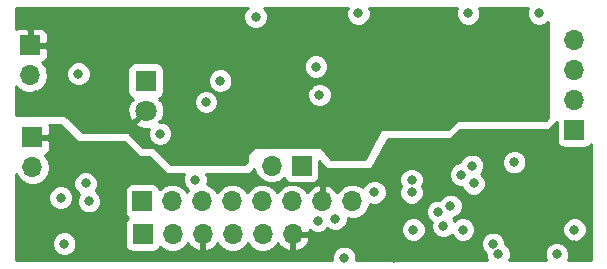
<source format=gbr>
G04 #@! TF.GenerationSoftware,KiCad,Pcbnew,(5.0.0-rc2-178-g3c7b91b96)*
G04 #@! TF.CreationDate,2018-06-28T12:03:05+02:00*
G04 #@! TF.ProjectId,pcb2,706362322E6B696361645F7063620000,1*
G04 #@! TF.SameCoordinates,Original*
G04 #@! TF.FileFunction,Copper,L2,Inr,Plane*
G04 #@! TF.FilePolarity,Positive*
%FSLAX46Y46*%
G04 Gerber Fmt 4.6, Leading zero omitted, Abs format (unit mm)*
G04 Created by KiCad (PCBNEW (5.0.0-rc2-178-g3c7b91b96)) date 06/28/18 12:03:05*
%MOMM*%
%LPD*%
G01*
G04 APERTURE LIST*
G04 #@! TA.AperFunction,ViaPad*
%ADD10R,1.700000X1.700000*%
G04 #@! TD*
G04 #@! TA.AperFunction,ViaPad*
%ADD11O,1.700000X1.700000*%
G04 #@! TD*
G04 #@! TA.AperFunction,ViaPad*
%ADD12R,1.800000X1.800000*%
G04 #@! TD*
G04 #@! TA.AperFunction,ViaPad*
%ADD13C,1.800000*%
G04 #@! TD*
G04 #@! TA.AperFunction,ViaPad*
%ADD14C,0.800000*%
G04 #@! TD*
G04 #@! TA.AperFunction,Conductor*
%ADD15C,0.254000*%
G04 #@! TD*
G04 APERTURE END LIST*
D10*
G04 #@! TO.N,/EINK_BUSY*
G04 #@! TO.C,J3*
X73630000Y-97680000D03*
D11*
G04 #@! TO.N,/EINK_RST*
X76170000Y-97680000D03*
G04 #@! TO.N,/EINK_DC*
X78710000Y-97680000D03*
G04 #@! TO.N,/EINK_CS*
X81250000Y-97680000D03*
G04 #@! TO.N,/ADC_CLK*
X83790000Y-97680000D03*
G04 #@! TO.N,/EINK_DOUT*
X86330000Y-97680000D03*
G04 #@! TO.N,GNDD*
X88870000Y-97680000D03*
G04 #@! TO.N,+3V3*
X91410000Y-97680000D03*
G04 #@! TD*
D10*
G04 #@! TO.N,/VCPRX*
G04 #@! TO.C,J5*
X87130000Y-94680000D03*
D11*
G04 #@! TO.N,/VCPTX*
X84590000Y-94680000D03*
G04 #@! TD*
D10*
G04 #@! TO.N,+3V3*
G04 #@! TO.C,J4*
X73660000Y-100470000D03*
D11*
G04 #@! TO.N,/SWCLK*
X76200000Y-100470000D03*
G04 #@! TO.N,GNDD*
X78740000Y-100470000D03*
G04 #@! TO.N,/SWDIO*
X81280000Y-100470000D03*
G04 #@! TO.N,/NRST*
X83820000Y-100470000D03*
G04 #@! TO.N,GNDD*
X86360000Y-100470000D03*
G04 #@! TD*
D10*
G04 #@! TO.N,/PB7*
G04 #@! TO.C,J6*
X110230000Y-91680000D03*
D11*
G04 #@! TO.N,/PB6*
X110230000Y-89140000D03*
G04 #@! TO.N,/PB1*
X110230000Y-86600000D03*
G04 #@! TO.N,/PB0*
X110230000Y-84060000D03*
G04 #@! TD*
G04 #@! TO.N,+4V*
G04 #@! TO.C,J1*
X64135000Y-87020000D03*
D10*
G04 #@! TO.N,GNDA*
X64135000Y-84480000D03*
G04 #@! TD*
G04 #@! TO.N,GNDD*
G04 #@! TO.C,J2*
X64330000Y-92280000D03*
D11*
G04 #@! TO.N,+5V*
X64330000Y-94820000D03*
G04 #@! TD*
D12*
G04 #@! TO.N,Net-(Q1-Pad1)*
G04 #@! TO.C,Q1*
X73930000Y-87480000D03*
D13*
G04 #@! TO.N,GNDA*
X73930000Y-90020000D03*
G04 #@! TD*
D14*
G04 #@! TO.N,Net-(R1-Pad2)*
X101530000Y-94680000D03*
G04 #@! TO.N,GNDD*
X71230000Y-93180000D03*
X64930000Y-100980000D03*
X69130000Y-101280000D03*
X94930000Y-102480000D03*
X106630000Y-102180000D03*
X108430000Y-93180000D03*
X110830000Y-96780000D03*
X94630000Y-92730000D03*
X110230000Y-101430000D03*
G04 #@! TO.N,+2V5*
X88330000Y-86280000D03*
X80230000Y-87480000D03*
X75130000Y-91980000D03*
X68230000Y-86880000D03*
G04 #@! TO.N,+4V*
X79030000Y-89280000D03*
X83230000Y-82080000D03*
X91930000Y-81780000D03*
X107230000Y-81780000D03*
X101230000Y-81780000D03*
X88630000Y-88680000D03*
G04 #@! TO.N,GNDA*
X64630000Y-88680000D03*
X67630000Y-90180000D03*
X78130000Y-93480000D03*
X76930000Y-93480000D03*
X85030000Y-82080000D03*
X88330000Y-81780000D03*
X90130000Y-81780000D03*
X103030000Y-81780000D03*
X105430000Y-81780000D03*
X75730000Y-89280000D03*
X88630000Y-92580000D03*
X103030000Y-87180000D03*
X101530000Y-89730000D03*
X98830000Y-88680000D03*
X87730000Y-87930000D03*
G04 #@! TO.N,+3V3*
X69130000Y-97680000D03*
X67030000Y-101280000D03*
X66730000Y-97380000D03*
X90730000Y-102480000D03*
X105130000Y-94380000D03*
X108730000Y-102180000D03*
G04 #@! TO.N,+5V*
X68830000Y-96180000D03*
G04 #@! TO.N,/NRST*
X110230000Y-100080000D03*
G04 #@! TO.N,/PB0*
X103332786Y-101285571D03*
G04 #@! TO.N,/SWDIO*
X96580000Y-100080000D03*
G04 #@! TO.N,/EINK_CS*
X100630000Y-95430000D03*
G04 #@! TO.N,/ADC_DIN*
X99130000Y-99780000D03*
G04 #@! TO.N,/ADC_CLK*
X99730000Y-98077752D03*
X88480000Y-99330000D03*
G04 #@! TO.N,/ADC_CS*
X103780000Y-102180000D03*
G04 #@! TO.N,/U8U~D*
X96430000Y-96930000D03*
G04 #@! TO.N,/U7U~D*
X78130000Y-95880000D03*
G04 #@! TO.N,/U7~CS*
X93280000Y-96930000D03*
G04 #@! TO.N,/U8~CS*
X96430000Y-95880000D03*
G04 #@! TO.N,/EINK_DC*
X101680000Y-96180000D03*
X89980000Y-99180000D03*
G04 #@! TO.N,/EINK_RST*
X100780000Y-100080000D03*
G04 #@! TO.N,/EINK_DOUT*
X98680000Y-98580000D03*
G04 #@! TD*
D15*
G04 #@! TO.N,GNDD*
G36*
X108732560Y-92530000D02*
X108781843Y-92777765D01*
X108922191Y-92987809D01*
X109132235Y-93128157D01*
X109380000Y-93177440D01*
X111080000Y-93177440D01*
X111327765Y-93128157D01*
X111537809Y-92987809D01*
X111620001Y-92864802D01*
X111620001Y-102670000D01*
X109647311Y-102670000D01*
X109765000Y-102385874D01*
X109765000Y-101974126D01*
X109607431Y-101593720D01*
X109316280Y-101302569D01*
X108935874Y-101145000D01*
X108524126Y-101145000D01*
X108143720Y-101302569D01*
X107852569Y-101593720D01*
X107695000Y-101974126D01*
X107695000Y-102385874D01*
X107812689Y-102670000D01*
X104697311Y-102670000D01*
X104815000Y-102385874D01*
X104815000Y-101974126D01*
X104657431Y-101593720D01*
X104367786Y-101304075D01*
X104367786Y-101079697D01*
X104210217Y-100699291D01*
X103919066Y-100408140D01*
X103538660Y-100250571D01*
X103126912Y-100250571D01*
X102746506Y-100408140D01*
X102455355Y-100699291D01*
X102297786Y-101079697D01*
X102297786Y-101491445D01*
X102455355Y-101871851D01*
X102745000Y-102161496D01*
X102745000Y-102385874D01*
X102862689Y-102670000D01*
X91765000Y-102670000D01*
X91765000Y-102274126D01*
X91607431Y-101893720D01*
X91316280Y-101602569D01*
X90935874Y-101445000D01*
X90524126Y-101445000D01*
X90143720Y-101602569D01*
X89852569Y-101893720D01*
X89695000Y-102274126D01*
X89695000Y-102670000D01*
X62940000Y-102670000D01*
X62940000Y-101074126D01*
X65995000Y-101074126D01*
X65995000Y-101485874D01*
X66152569Y-101866280D01*
X66443720Y-102157431D01*
X66824126Y-102315000D01*
X67235874Y-102315000D01*
X67616280Y-102157431D01*
X67907431Y-101866280D01*
X68065000Y-101485874D01*
X68065000Y-101074126D01*
X67907431Y-100693720D01*
X67616280Y-100402569D01*
X67235874Y-100245000D01*
X66824126Y-100245000D01*
X66443720Y-100402569D01*
X66152569Y-100693720D01*
X65995000Y-101074126D01*
X62940000Y-101074126D01*
X62940000Y-97174126D01*
X65695000Y-97174126D01*
X65695000Y-97585874D01*
X65852569Y-97966280D01*
X66143720Y-98257431D01*
X66524126Y-98415000D01*
X66935874Y-98415000D01*
X67316280Y-98257431D01*
X67607431Y-97966280D01*
X67765000Y-97585874D01*
X67765000Y-97174126D01*
X67607431Y-96793720D01*
X67316280Y-96502569D01*
X66935874Y-96345000D01*
X66524126Y-96345000D01*
X66143720Y-96502569D01*
X65852569Y-96793720D01*
X65695000Y-97174126D01*
X62940000Y-97174126D01*
X62940000Y-95412646D01*
X63259375Y-95890625D01*
X63750582Y-96218839D01*
X64183744Y-96305000D01*
X64476256Y-96305000D01*
X64909418Y-96218839D01*
X65275656Y-95974126D01*
X67795000Y-95974126D01*
X67795000Y-96385874D01*
X67952569Y-96766280D01*
X68243720Y-97057431D01*
X68275637Y-97070652D01*
X68252569Y-97093720D01*
X68095000Y-97474126D01*
X68095000Y-97885874D01*
X68252569Y-98266280D01*
X68543720Y-98557431D01*
X68924126Y-98715000D01*
X69335874Y-98715000D01*
X69716280Y-98557431D01*
X70007431Y-98266280D01*
X70165000Y-97885874D01*
X70165000Y-97474126D01*
X70007431Y-97093720D01*
X69716280Y-96802569D01*
X69684363Y-96789348D01*
X69707431Y-96766280D01*
X69865000Y-96385874D01*
X69865000Y-95974126D01*
X69707431Y-95593720D01*
X69416280Y-95302569D01*
X69035874Y-95145000D01*
X68624126Y-95145000D01*
X68243720Y-95302569D01*
X67952569Y-95593720D01*
X67795000Y-95974126D01*
X65275656Y-95974126D01*
X65400625Y-95890625D01*
X65728839Y-95399418D01*
X65844092Y-94820000D01*
X65728839Y-94240582D01*
X65400625Y-93749375D01*
X65378967Y-93734904D01*
X65539698Y-93668327D01*
X65718327Y-93489699D01*
X65815000Y-93256310D01*
X65815000Y-92565750D01*
X65656250Y-92407000D01*
X64457000Y-92407000D01*
X64457000Y-92427000D01*
X64203000Y-92427000D01*
X64203000Y-92407000D01*
X64183000Y-92407000D01*
X64183000Y-92153000D01*
X64203000Y-92153000D01*
X64203000Y-92133000D01*
X64457000Y-92133000D01*
X64457000Y-92153000D01*
X65656250Y-92153000D01*
X65815000Y-91994250D01*
X65815000Y-91303690D01*
X65774950Y-91207000D01*
X66677394Y-91207000D01*
X68140197Y-92669803D01*
X68181399Y-92697333D01*
X68230000Y-92707000D01*
X72077394Y-92707000D01*
X73240197Y-93869803D01*
X73281399Y-93897333D01*
X73330000Y-93907000D01*
X74177394Y-93907000D01*
X75640197Y-95369803D01*
X75681399Y-95397333D01*
X75730000Y-95407000D01*
X77205647Y-95407000D01*
X77095000Y-95674126D01*
X77095000Y-96085874D01*
X77252569Y-96466280D01*
X77541758Y-96755469D01*
X77440000Y-96907761D01*
X77240625Y-96609375D01*
X76749418Y-96281161D01*
X76316256Y-96195000D01*
X76023744Y-96195000D01*
X75590582Y-96281161D01*
X75099375Y-96609375D01*
X75087184Y-96627619D01*
X75078157Y-96582235D01*
X74937809Y-96372191D01*
X74727765Y-96231843D01*
X74480000Y-96182560D01*
X72780000Y-96182560D01*
X72532235Y-96231843D01*
X72322191Y-96372191D01*
X72181843Y-96582235D01*
X72132560Y-96830000D01*
X72132560Y-98530000D01*
X72181843Y-98777765D01*
X72322191Y-98987809D01*
X72467681Y-99085023D01*
X72352191Y-99162191D01*
X72211843Y-99372235D01*
X72162560Y-99620000D01*
X72162560Y-101320000D01*
X72211843Y-101567765D01*
X72352191Y-101777809D01*
X72562235Y-101918157D01*
X72810000Y-101967440D01*
X74510000Y-101967440D01*
X74757765Y-101918157D01*
X74967809Y-101777809D01*
X75108157Y-101567765D01*
X75117184Y-101522381D01*
X75129375Y-101540625D01*
X75620582Y-101868839D01*
X76053744Y-101955000D01*
X76346256Y-101955000D01*
X76779418Y-101868839D01*
X77270625Y-101540625D01*
X77483843Y-101221522D01*
X77544817Y-101351358D01*
X77973076Y-101741645D01*
X78383110Y-101911476D01*
X78613000Y-101790155D01*
X78613000Y-100597000D01*
X78593000Y-100597000D01*
X78593000Y-100343000D01*
X78613000Y-100343000D01*
X78613000Y-100323000D01*
X78867000Y-100323000D01*
X78867000Y-100343000D01*
X78887000Y-100343000D01*
X78887000Y-100597000D01*
X78867000Y-100597000D01*
X78867000Y-101790155D01*
X79096890Y-101911476D01*
X79506924Y-101741645D01*
X79935183Y-101351358D01*
X79996157Y-101221522D01*
X80209375Y-101540625D01*
X80700582Y-101868839D01*
X81133744Y-101955000D01*
X81426256Y-101955000D01*
X81859418Y-101868839D01*
X82350625Y-101540625D01*
X82550000Y-101242239D01*
X82749375Y-101540625D01*
X83240582Y-101868839D01*
X83673744Y-101955000D01*
X83966256Y-101955000D01*
X84399418Y-101868839D01*
X84890625Y-101540625D01*
X85103843Y-101221522D01*
X85164817Y-101351358D01*
X85593076Y-101741645D01*
X86003110Y-101911476D01*
X86233000Y-101790155D01*
X86233000Y-100597000D01*
X86487000Y-100597000D01*
X86487000Y-101790155D01*
X86716890Y-101911476D01*
X87126924Y-101741645D01*
X87555183Y-101351358D01*
X87801486Y-100826892D01*
X87680819Y-100597000D01*
X86487000Y-100597000D01*
X86233000Y-100597000D01*
X86213000Y-100597000D01*
X86213000Y-100343000D01*
X86233000Y-100343000D01*
X86233000Y-100323000D01*
X86487000Y-100323000D01*
X86487000Y-100343000D01*
X87680819Y-100343000D01*
X87800767Y-100114478D01*
X87893720Y-100207431D01*
X88274126Y-100365000D01*
X88685874Y-100365000D01*
X89066280Y-100207431D01*
X89305000Y-99968711D01*
X89393720Y-100057431D01*
X89774126Y-100215000D01*
X90185874Y-100215000D01*
X90566280Y-100057431D01*
X90749585Y-99874126D01*
X95545000Y-99874126D01*
X95545000Y-100285874D01*
X95702569Y-100666280D01*
X95993720Y-100957431D01*
X96374126Y-101115000D01*
X96785874Y-101115000D01*
X97166280Y-100957431D01*
X97457431Y-100666280D01*
X97615000Y-100285874D01*
X97615000Y-99874126D01*
X97457431Y-99493720D01*
X97166280Y-99202569D01*
X96785874Y-99045000D01*
X96374126Y-99045000D01*
X95993720Y-99202569D01*
X95702569Y-99493720D01*
X95545000Y-99874126D01*
X90749585Y-99874126D01*
X90857431Y-99766280D01*
X91015000Y-99385874D01*
X91015000Y-99115522D01*
X91263744Y-99165000D01*
X91556256Y-99165000D01*
X91989418Y-99078839D01*
X92480625Y-98750625D01*
X92732193Y-98374126D01*
X97645000Y-98374126D01*
X97645000Y-98785874D01*
X97802569Y-99166280D01*
X98093720Y-99457431D01*
X98136070Y-99474973D01*
X98095000Y-99574126D01*
X98095000Y-99985874D01*
X98252569Y-100366280D01*
X98543720Y-100657431D01*
X98924126Y-100815000D01*
X99335874Y-100815000D01*
X99716280Y-100657431D01*
X99845414Y-100528297D01*
X99902569Y-100666280D01*
X100193720Y-100957431D01*
X100574126Y-101115000D01*
X100985874Y-101115000D01*
X101366280Y-100957431D01*
X101657431Y-100666280D01*
X101815000Y-100285874D01*
X101815000Y-99874126D01*
X109195000Y-99874126D01*
X109195000Y-100285874D01*
X109352569Y-100666280D01*
X109643720Y-100957431D01*
X110024126Y-101115000D01*
X110435874Y-101115000D01*
X110816280Y-100957431D01*
X111107431Y-100666280D01*
X111265000Y-100285874D01*
X111265000Y-99874126D01*
X111107431Y-99493720D01*
X110816280Y-99202569D01*
X110435874Y-99045000D01*
X110024126Y-99045000D01*
X109643720Y-99202569D01*
X109352569Y-99493720D01*
X109195000Y-99874126D01*
X101815000Y-99874126D01*
X101657431Y-99493720D01*
X101366280Y-99202569D01*
X100985874Y-99045000D01*
X100574126Y-99045000D01*
X100193720Y-99202569D01*
X100064586Y-99331703D01*
X100007431Y-99193720D01*
X99926463Y-99112752D01*
X99935874Y-99112752D01*
X100316280Y-98955183D01*
X100607431Y-98664032D01*
X100765000Y-98283626D01*
X100765000Y-97871878D01*
X100607431Y-97491472D01*
X100316280Y-97200321D01*
X99935874Y-97042752D01*
X99524126Y-97042752D01*
X99143720Y-97200321D01*
X98852569Y-97491472D01*
X98830397Y-97545000D01*
X98474126Y-97545000D01*
X98093720Y-97702569D01*
X97802569Y-97993720D01*
X97645000Y-98374126D01*
X92732193Y-98374126D01*
X92808839Y-98259418D01*
X92883138Y-97885890D01*
X93074126Y-97965000D01*
X93485874Y-97965000D01*
X93866280Y-97807431D01*
X94157431Y-97516280D01*
X94315000Y-97135874D01*
X94315000Y-96724126D01*
X94157431Y-96343720D01*
X93866280Y-96052569D01*
X93485874Y-95895000D01*
X93074126Y-95895000D01*
X92693720Y-96052569D01*
X92402569Y-96343720D01*
X92333305Y-96510939D01*
X91989418Y-96281161D01*
X91556256Y-96195000D01*
X91263744Y-96195000D01*
X90830582Y-96281161D01*
X90339375Y-96609375D01*
X90126157Y-96928478D01*
X90065183Y-96798642D01*
X89636924Y-96408355D01*
X89226890Y-96238524D01*
X88997000Y-96359845D01*
X88997000Y-97553000D01*
X89017000Y-97553000D01*
X89017000Y-97807000D01*
X88997000Y-97807000D01*
X88997000Y-97827000D01*
X88743000Y-97827000D01*
X88743000Y-97807000D01*
X88723000Y-97807000D01*
X88723000Y-97553000D01*
X88743000Y-97553000D01*
X88743000Y-96359845D01*
X88513110Y-96238524D01*
X88103076Y-96408355D01*
X87674817Y-96798642D01*
X87613843Y-96928478D01*
X87400625Y-96609375D01*
X86909418Y-96281161D01*
X86476256Y-96195000D01*
X86183744Y-96195000D01*
X85750582Y-96281161D01*
X85259375Y-96609375D01*
X85060000Y-96907761D01*
X84860625Y-96609375D01*
X84369418Y-96281161D01*
X83936256Y-96195000D01*
X83643744Y-96195000D01*
X83210582Y-96281161D01*
X82719375Y-96609375D01*
X82520000Y-96907761D01*
X82320625Y-96609375D01*
X81829418Y-96281161D01*
X81396256Y-96195000D01*
X81103744Y-96195000D01*
X80670582Y-96281161D01*
X80179375Y-96609375D01*
X79980000Y-96907761D01*
X79780625Y-96609375D01*
X79289418Y-96281161D01*
X79099738Y-96243431D01*
X79165000Y-96085874D01*
X79165000Y-95674126D01*
X79054353Y-95407000D01*
X82630000Y-95407000D01*
X82678601Y-95397333D01*
X82719803Y-95369803D01*
X83131272Y-94958334D01*
X83191161Y-95259418D01*
X83519375Y-95750625D01*
X84010582Y-96078839D01*
X84443744Y-96165000D01*
X84736256Y-96165000D01*
X85169418Y-96078839D01*
X85660625Y-95750625D01*
X85672816Y-95732381D01*
X85681843Y-95777765D01*
X85822191Y-95987809D01*
X86032235Y-96128157D01*
X86280000Y-96177440D01*
X87980000Y-96177440D01*
X88227765Y-96128157D01*
X88437809Y-95987809D01*
X88578157Y-95777765D01*
X88598771Y-95674126D01*
X95395000Y-95674126D01*
X95395000Y-96085874D01*
X95527186Y-96405000D01*
X95395000Y-96724126D01*
X95395000Y-97135874D01*
X95552569Y-97516280D01*
X95843720Y-97807431D01*
X96224126Y-97965000D01*
X96635874Y-97965000D01*
X97016280Y-97807431D01*
X97307431Y-97516280D01*
X97465000Y-97135874D01*
X97465000Y-96724126D01*
X97332814Y-96405000D01*
X97465000Y-96085874D01*
X97465000Y-95674126D01*
X97307431Y-95293720D01*
X97237837Y-95224126D01*
X99595000Y-95224126D01*
X99595000Y-95635874D01*
X99752569Y-96016280D01*
X100043720Y-96307431D01*
X100424126Y-96465000D01*
X100677775Y-96465000D01*
X100802569Y-96766280D01*
X101093720Y-97057431D01*
X101474126Y-97215000D01*
X101885874Y-97215000D01*
X102266280Y-97057431D01*
X102557431Y-96766280D01*
X102715000Y-96385874D01*
X102715000Y-95974126D01*
X102557431Y-95593720D01*
X102318711Y-95355000D01*
X102407431Y-95266280D01*
X102565000Y-94885874D01*
X102565000Y-94474126D01*
X102440737Y-94174126D01*
X104095000Y-94174126D01*
X104095000Y-94585874D01*
X104252569Y-94966280D01*
X104543720Y-95257431D01*
X104924126Y-95415000D01*
X105335874Y-95415000D01*
X105716280Y-95257431D01*
X106007431Y-94966280D01*
X106165000Y-94585874D01*
X106165000Y-94174126D01*
X106007431Y-93793720D01*
X105716280Y-93502569D01*
X105335874Y-93345000D01*
X104924126Y-93345000D01*
X104543720Y-93502569D01*
X104252569Y-93793720D01*
X104095000Y-94174126D01*
X102440737Y-94174126D01*
X102407431Y-94093720D01*
X102116280Y-93802569D01*
X101735874Y-93645000D01*
X101324126Y-93645000D01*
X100943720Y-93802569D01*
X100652569Y-94093720D01*
X100527775Y-94395000D01*
X100424126Y-94395000D01*
X100043720Y-94552569D01*
X99752569Y-94843720D01*
X99595000Y-95224126D01*
X97237837Y-95224126D01*
X97016280Y-95002569D01*
X96635874Y-94845000D01*
X96224126Y-94845000D01*
X95843720Y-95002569D01*
X95552569Y-95293720D01*
X95395000Y-95674126D01*
X88598771Y-95674126D01*
X88627440Y-95530000D01*
X88627440Y-94280099D01*
X89130830Y-94909336D01*
X89168739Y-94941248D01*
X89230000Y-94957000D01*
X92980000Y-94957000D01*
X93028601Y-94947333D01*
X93069803Y-94919803D01*
X93092241Y-94889422D01*
X94406464Y-92407000D01*
X99730000Y-92407000D01*
X99778601Y-92397333D01*
X99819803Y-92369803D01*
X100532606Y-91657000D01*
X107980000Y-91657000D01*
X108028601Y-91647333D01*
X108069803Y-91619803D01*
X108732560Y-90957046D01*
X108732560Y-92530000D01*
X108732560Y-92530000D01*
G37*
X108732560Y-92530000D02*
X108781843Y-92777765D01*
X108922191Y-92987809D01*
X109132235Y-93128157D01*
X109380000Y-93177440D01*
X111080000Y-93177440D01*
X111327765Y-93128157D01*
X111537809Y-92987809D01*
X111620001Y-92864802D01*
X111620001Y-102670000D01*
X109647311Y-102670000D01*
X109765000Y-102385874D01*
X109765000Y-101974126D01*
X109607431Y-101593720D01*
X109316280Y-101302569D01*
X108935874Y-101145000D01*
X108524126Y-101145000D01*
X108143720Y-101302569D01*
X107852569Y-101593720D01*
X107695000Y-101974126D01*
X107695000Y-102385874D01*
X107812689Y-102670000D01*
X104697311Y-102670000D01*
X104815000Y-102385874D01*
X104815000Y-101974126D01*
X104657431Y-101593720D01*
X104367786Y-101304075D01*
X104367786Y-101079697D01*
X104210217Y-100699291D01*
X103919066Y-100408140D01*
X103538660Y-100250571D01*
X103126912Y-100250571D01*
X102746506Y-100408140D01*
X102455355Y-100699291D01*
X102297786Y-101079697D01*
X102297786Y-101491445D01*
X102455355Y-101871851D01*
X102745000Y-102161496D01*
X102745000Y-102385874D01*
X102862689Y-102670000D01*
X91765000Y-102670000D01*
X91765000Y-102274126D01*
X91607431Y-101893720D01*
X91316280Y-101602569D01*
X90935874Y-101445000D01*
X90524126Y-101445000D01*
X90143720Y-101602569D01*
X89852569Y-101893720D01*
X89695000Y-102274126D01*
X89695000Y-102670000D01*
X62940000Y-102670000D01*
X62940000Y-101074126D01*
X65995000Y-101074126D01*
X65995000Y-101485874D01*
X66152569Y-101866280D01*
X66443720Y-102157431D01*
X66824126Y-102315000D01*
X67235874Y-102315000D01*
X67616280Y-102157431D01*
X67907431Y-101866280D01*
X68065000Y-101485874D01*
X68065000Y-101074126D01*
X67907431Y-100693720D01*
X67616280Y-100402569D01*
X67235874Y-100245000D01*
X66824126Y-100245000D01*
X66443720Y-100402569D01*
X66152569Y-100693720D01*
X65995000Y-101074126D01*
X62940000Y-101074126D01*
X62940000Y-97174126D01*
X65695000Y-97174126D01*
X65695000Y-97585874D01*
X65852569Y-97966280D01*
X66143720Y-98257431D01*
X66524126Y-98415000D01*
X66935874Y-98415000D01*
X67316280Y-98257431D01*
X67607431Y-97966280D01*
X67765000Y-97585874D01*
X67765000Y-97174126D01*
X67607431Y-96793720D01*
X67316280Y-96502569D01*
X66935874Y-96345000D01*
X66524126Y-96345000D01*
X66143720Y-96502569D01*
X65852569Y-96793720D01*
X65695000Y-97174126D01*
X62940000Y-97174126D01*
X62940000Y-95412646D01*
X63259375Y-95890625D01*
X63750582Y-96218839D01*
X64183744Y-96305000D01*
X64476256Y-96305000D01*
X64909418Y-96218839D01*
X65275656Y-95974126D01*
X67795000Y-95974126D01*
X67795000Y-96385874D01*
X67952569Y-96766280D01*
X68243720Y-97057431D01*
X68275637Y-97070652D01*
X68252569Y-97093720D01*
X68095000Y-97474126D01*
X68095000Y-97885874D01*
X68252569Y-98266280D01*
X68543720Y-98557431D01*
X68924126Y-98715000D01*
X69335874Y-98715000D01*
X69716280Y-98557431D01*
X70007431Y-98266280D01*
X70165000Y-97885874D01*
X70165000Y-97474126D01*
X70007431Y-97093720D01*
X69716280Y-96802569D01*
X69684363Y-96789348D01*
X69707431Y-96766280D01*
X69865000Y-96385874D01*
X69865000Y-95974126D01*
X69707431Y-95593720D01*
X69416280Y-95302569D01*
X69035874Y-95145000D01*
X68624126Y-95145000D01*
X68243720Y-95302569D01*
X67952569Y-95593720D01*
X67795000Y-95974126D01*
X65275656Y-95974126D01*
X65400625Y-95890625D01*
X65728839Y-95399418D01*
X65844092Y-94820000D01*
X65728839Y-94240582D01*
X65400625Y-93749375D01*
X65378967Y-93734904D01*
X65539698Y-93668327D01*
X65718327Y-93489699D01*
X65815000Y-93256310D01*
X65815000Y-92565750D01*
X65656250Y-92407000D01*
X64457000Y-92407000D01*
X64457000Y-92427000D01*
X64203000Y-92427000D01*
X64203000Y-92407000D01*
X64183000Y-92407000D01*
X64183000Y-92153000D01*
X64203000Y-92153000D01*
X64203000Y-92133000D01*
X64457000Y-92133000D01*
X64457000Y-92153000D01*
X65656250Y-92153000D01*
X65815000Y-91994250D01*
X65815000Y-91303690D01*
X65774950Y-91207000D01*
X66677394Y-91207000D01*
X68140197Y-92669803D01*
X68181399Y-92697333D01*
X68230000Y-92707000D01*
X72077394Y-92707000D01*
X73240197Y-93869803D01*
X73281399Y-93897333D01*
X73330000Y-93907000D01*
X74177394Y-93907000D01*
X75640197Y-95369803D01*
X75681399Y-95397333D01*
X75730000Y-95407000D01*
X77205647Y-95407000D01*
X77095000Y-95674126D01*
X77095000Y-96085874D01*
X77252569Y-96466280D01*
X77541758Y-96755469D01*
X77440000Y-96907761D01*
X77240625Y-96609375D01*
X76749418Y-96281161D01*
X76316256Y-96195000D01*
X76023744Y-96195000D01*
X75590582Y-96281161D01*
X75099375Y-96609375D01*
X75087184Y-96627619D01*
X75078157Y-96582235D01*
X74937809Y-96372191D01*
X74727765Y-96231843D01*
X74480000Y-96182560D01*
X72780000Y-96182560D01*
X72532235Y-96231843D01*
X72322191Y-96372191D01*
X72181843Y-96582235D01*
X72132560Y-96830000D01*
X72132560Y-98530000D01*
X72181843Y-98777765D01*
X72322191Y-98987809D01*
X72467681Y-99085023D01*
X72352191Y-99162191D01*
X72211843Y-99372235D01*
X72162560Y-99620000D01*
X72162560Y-101320000D01*
X72211843Y-101567765D01*
X72352191Y-101777809D01*
X72562235Y-101918157D01*
X72810000Y-101967440D01*
X74510000Y-101967440D01*
X74757765Y-101918157D01*
X74967809Y-101777809D01*
X75108157Y-101567765D01*
X75117184Y-101522381D01*
X75129375Y-101540625D01*
X75620582Y-101868839D01*
X76053744Y-101955000D01*
X76346256Y-101955000D01*
X76779418Y-101868839D01*
X77270625Y-101540625D01*
X77483843Y-101221522D01*
X77544817Y-101351358D01*
X77973076Y-101741645D01*
X78383110Y-101911476D01*
X78613000Y-101790155D01*
X78613000Y-100597000D01*
X78593000Y-100597000D01*
X78593000Y-100343000D01*
X78613000Y-100343000D01*
X78613000Y-100323000D01*
X78867000Y-100323000D01*
X78867000Y-100343000D01*
X78887000Y-100343000D01*
X78887000Y-100597000D01*
X78867000Y-100597000D01*
X78867000Y-101790155D01*
X79096890Y-101911476D01*
X79506924Y-101741645D01*
X79935183Y-101351358D01*
X79996157Y-101221522D01*
X80209375Y-101540625D01*
X80700582Y-101868839D01*
X81133744Y-101955000D01*
X81426256Y-101955000D01*
X81859418Y-101868839D01*
X82350625Y-101540625D01*
X82550000Y-101242239D01*
X82749375Y-101540625D01*
X83240582Y-101868839D01*
X83673744Y-101955000D01*
X83966256Y-101955000D01*
X84399418Y-101868839D01*
X84890625Y-101540625D01*
X85103843Y-101221522D01*
X85164817Y-101351358D01*
X85593076Y-101741645D01*
X86003110Y-101911476D01*
X86233000Y-101790155D01*
X86233000Y-100597000D01*
X86487000Y-100597000D01*
X86487000Y-101790155D01*
X86716890Y-101911476D01*
X87126924Y-101741645D01*
X87555183Y-101351358D01*
X87801486Y-100826892D01*
X87680819Y-100597000D01*
X86487000Y-100597000D01*
X86233000Y-100597000D01*
X86213000Y-100597000D01*
X86213000Y-100343000D01*
X86233000Y-100343000D01*
X86233000Y-100323000D01*
X86487000Y-100323000D01*
X86487000Y-100343000D01*
X87680819Y-100343000D01*
X87800767Y-100114478D01*
X87893720Y-100207431D01*
X88274126Y-100365000D01*
X88685874Y-100365000D01*
X89066280Y-100207431D01*
X89305000Y-99968711D01*
X89393720Y-100057431D01*
X89774126Y-100215000D01*
X90185874Y-100215000D01*
X90566280Y-100057431D01*
X90749585Y-99874126D01*
X95545000Y-99874126D01*
X95545000Y-100285874D01*
X95702569Y-100666280D01*
X95993720Y-100957431D01*
X96374126Y-101115000D01*
X96785874Y-101115000D01*
X97166280Y-100957431D01*
X97457431Y-100666280D01*
X97615000Y-100285874D01*
X97615000Y-99874126D01*
X97457431Y-99493720D01*
X97166280Y-99202569D01*
X96785874Y-99045000D01*
X96374126Y-99045000D01*
X95993720Y-99202569D01*
X95702569Y-99493720D01*
X95545000Y-99874126D01*
X90749585Y-99874126D01*
X90857431Y-99766280D01*
X91015000Y-99385874D01*
X91015000Y-99115522D01*
X91263744Y-99165000D01*
X91556256Y-99165000D01*
X91989418Y-99078839D01*
X92480625Y-98750625D01*
X92732193Y-98374126D01*
X97645000Y-98374126D01*
X97645000Y-98785874D01*
X97802569Y-99166280D01*
X98093720Y-99457431D01*
X98136070Y-99474973D01*
X98095000Y-99574126D01*
X98095000Y-99985874D01*
X98252569Y-100366280D01*
X98543720Y-100657431D01*
X98924126Y-100815000D01*
X99335874Y-100815000D01*
X99716280Y-100657431D01*
X99845414Y-100528297D01*
X99902569Y-100666280D01*
X100193720Y-100957431D01*
X100574126Y-101115000D01*
X100985874Y-101115000D01*
X101366280Y-100957431D01*
X101657431Y-100666280D01*
X101815000Y-100285874D01*
X101815000Y-99874126D01*
X109195000Y-99874126D01*
X109195000Y-100285874D01*
X109352569Y-100666280D01*
X109643720Y-100957431D01*
X110024126Y-101115000D01*
X110435874Y-101115000D01*
X110816280Y-100957431D01*
X111107431Y-100666280D01*
X111265000Y-100285874D01*
X111265000Y-99874126D01*
X111107431Y-99493720D01*
X110816280Y-99202569D01*
X110435874Y-99045000D01*
X110024126Y-99045000D01*
X109643720Y-99202569D01*
X109352569Y-99493720D01*
X109195000Y-99874126D01*
X101815000Y-99874126D01*
X101657431Y-99493720D01*
X101366280Y-99202569D01*
X100985874Y-99045000D01*
X100574126Y-99045000D01*
X100193720Y-99202569D01*
X100064586Y-99331703D01*
X100007431Y-99193720D01*
X99926463Y-99112752D01*
X99935874Y-99112752D01*
X100316280Y-98955183D01*
X100607431Y-98664032D01*
X100765000Y-98283626D01*
X100765000Y-97871878D01*
X100607431Y-97491472D01*
X100316280Y-97200321D01*
X99935874Y-97042752D01*
X99524126Y-97042752D01*
X99143720Y-97200321D01*
X98852569Y-97491472D01*
X98830397Y-97545000D01*
X98474126Y-97545000D01*
X98093720Y-97702569D01*
X97802569Y-97993720D01*
X97645000Y-98374126D01*
X92732193Y-98374126D01*
X92808839Y-98259418D01*
X92883138Y-97885890D01*
X93074126Y-97965000D01*
X93485874Y-97965000D01*
X93866280Y-97807431D01*
X94157431Y-97516280D01*
X94315000Y-97135874D01*
X94315000Y-96724126D01*
X94157431Y-96343720D01*
X93866280Y-96052569D01*
X93485874Y-95895000D01*
X93074126Y-95895000D01*
X92693720Y-96052569D01*
X92402569Y-96343720D01*
X92333305Y-96510939D01*
X91989418Y-96281161D01*
X91556256Y-96195000D01*
X91263744Y-96195000D01*
X90830582Y-96281161D01*
X90339375Y-96609375D01*
X90126157Y-96928478D01*
X90065183Y-96798642D01*
X89636924Y-96408355D01*
X89226890Y-96238524D01*
X88997000Y-96359845D01*
X88997000Y-97553000D01*
X89017000Y-97553000D01*
X89017000Y-97807000D01*
X88997000Y-97807000D01*
X88997000Y-97827000D01*
X88743000Y-97827000D01*
X88743000Y-97807000D01*
X88723000Y-97807000D01*
X88723000Y-97553000D01*
X88743000Y-97553000D01*
X88743000Y-96359845D01*
X88513110Y-96238524D01*
X88103076Y-96408355D01*
X87674817Y-96798642D01*
X87613843Y-96928478D01*
X87400625Y-96609375D01*
X86909418Y-96281161D01*
X86476256Y-96195000D01*
X86183744Y-96195000D01*
X85750582Y-96281161D01*
X85259375Y-96609375D01*
X85060000Y-96907761D01*
X84860625Y-96609375D01*
X84369418Y-96281161D01*
X83936256Y-96195000D01*
X83643744Y-96195000D01*
X83210582Y-96281161D01*
X82719375Y-96609375D01*
X82520000Y-96907761D01*
X82320625Y-96609375D01*
X81829418Y-96281161D01*
X81396256Y-96195000D01*
X81103744Y-96195000D01*
X80670582Y-96281161D01*
X80179375Y-96609375D01*
X79980000Y-96907761D01*
X79780625Y-96609375D01*
X79289418Y-96281161D01*
X79099738Y-96243431D01*
X79165000Y-96085874D01*
X79165000Y-95674126D01*
X79054353Y-95407000D01*
X82630000Y-95407000D01*
X82678601Y-95397333D01*
X82719803Y-95369803D01*
X83131272Y-94958334D01*
X83191161Y-95259418D01*
X83519375Y-95750625D01*
X84010582Y-96078839D01*
X84443744Y-96165000D01*
X84736256Y-96165000D01*
X85169418Y-96078839D01*
X85660625Y-95750625D01*
X85672816Y-95732381D01*
X85681843Y-95777765D01*
X85822191Y-95987809D01*
X86032235Y-96128157D01*
X86280000Y-96177440D01*
X87980000Y-96177440D01*
X88227765Y-96128157D01*
X88437809Y-95987809D01*
X88578157Y-95777765D01*
X88598771Y-95674126D01*
X95395000Y-95674126D01*
X95395000Y-96085874D01*
X95527186Y-96405000D01*
X95395000Y-96724126D01*
X95395000Y-97135874D01*
X95552569Y-97516280D01*
X95843720Y-97807431D01*
X96224126Y-97965000D01*
X96635874Y-97965000D01*
X97016280Y-97807431D01*
X97307431Y-97516280D01*
X97465000Y-97135874D01*
X97465000Y-96724126D01*
X97332814Y-96405000D01*
X97465000Y-96085874D01*
X97465000Y-95674126D01*
X97307431Y-95293720D01*
X97237837Y-95224126D01*
X99595000Y-95224126D01*
X99595000Y-95635874D01*
X99752569Y-96016280D01*
X100043720Y-96307431D01*
X100424126Y-96465000D01*
X100677775Y-96465000D01*
X100802569Y-96766280D01*
X101093720Y-97057431D01*
X101474126Y-97215000D01*
X101885874Y-97215000D01*
X102266280Y-97057431D01*
X102557431Y-96766280D01*
X102715000Y-96385874D01*
X102715000Y-95974126D01*
X102557431Y-95593720D01*
X102318711Y-95355000D01*
X102407431Y-95266280D01*
X102565000Y-94885874D01*
X102565000Y-94474126D01*
X102440737Y-94174126D01*
X104095000Y-94174126D01*
X104095000Y-94585874D01*
X104252569Y-94966280D01*
X104543720Y-95257431D01*
X104924126Y-95415000D01*
X105335874Y-95415000D01*
X105716280Y-95257431D01*
X106007431Y-94966280D01*
X106165000Y-94585874D01*
X106165000Y-94174126D01*
X106007431Y-93793720D01*
X105716280Y-93502569D01*
X105335874Y-93345000D01*
X104924126Y-93345000D01*
X104543720Y-93502569D01*
X104252569Y-93793720D01*
X104095000Y-94174126D01*
X102440737Y-94174126D01*
X102407431Y-94093720D01*
X102116280Y-93802569D01*
X101735874Y-93645000D01*
X101324126Y-93645000D01*
X100943720Y-93802569D01*
X100652569Y-94093720D01*
X100527775Y-94395000D01*
X100424126Y-94395000D01*
X100043720Y-94552569D01*
X99752569Y-94843720D01*
X99595000Y-95224126D01*
X97237837Y-95224126D01*
X97016280Y-95002569D01*
X96635874Y-94845000D01*
X96224126Y-94845000D01*
X95843720Y-95002569D01*
X95552569Y-95293720D01*
X95395000Y-95674126D01*
X88598771Y-95674126D01*
X88627440Y-95530000D01*
X88627440Y-94280099D01*
X89130830Y-94909336D01*
X89168739Y-94941248D01*
X89230000Y-94957000D01*
X92980000Y-94957000D01*
X93028601Y-94947333D01*
X93069803Y-94919803D01*
X93092241Y-94889422D01*
X94406464Y-92407000D01*
X99730000Y-92407000D01*
X99778601Y-92397333D01*
X99819803Y-92369803D01*
X100532606Y-91657000D01*
X107980000Y-91657000D01*
X108028601Y-91647333D01*
X108069803Y-91619803D01*
X108732560Y-90957046D01*
X108732560Y-92530000D01*
G04 #@! TO.N,GNDA*
G36*
X82352569Y-81493720D02*
X82195000Y-81874126D01*
X82195000Y-82285874D01*
X82352569Y-82666280D01*
X82643720Y-82957431D01*
X83024126Y-83115000D01*
X83435874Y-83115000D01*
X83816280Y-82957431D01*
X84107431Y-82666280D01*
X84265000Y-82285874D01*
X84265000Y-81874126D01*
X84107431Y-81493720D01*
X83903711Y-81290000D01*
X91012689Y-81290000D01*
X90895000Y-81574126D01*
X90895000Y-81985874D01*
X91052569Y-82366280D01*
X91343720Y-82657431D01*
X91724126Y-82815000D01*
X92135874Y-82815000D01*
X92516280Y-82657431D01*
X92807431Y-82366280D01*
X92965000Y-81985874D01*
X92965000Y-81574126D01*
X92847311Y-81290000D01*
X100312689Y-81290000D01*
X100195000Y-81574126D01*
X100195000Y-81985874D01*
X100352569Y-82366280D01*
X100643720Y-82657431D01*
X101024126Y-82815000D01*
X101435874Y-82815000D01*
X101816280Y-82657431D01*
X102107431Y-82366280D01*
X102265000Y-81985874D01*
X102265000Y-81574126D01*
X102147311Y-81290000D01*
X106312689Y-81290000D01*
X106195000Y-81574126D01*
X106195000Y-81985874D01*
X106352569Y-82366280D01*
X106643720Y-82657431D01*
X107024126Y-82815000D01*
X107435874Y-82815000D01*
X107816280Y-82657431D01*
X108003000Y-82470711D01*
X108003000Y-90577394D01*
X107777394Y-90803000D01*
X100330000Y-90803000D01*
X100281399Y-90812667D01*
X100240197Y-90840197D01*
X99527394Y-91553000D01*
X93880000Y-91553000D01*
X93831399Y-91562667D01*
X93790197Y-91590197D01*
X93767759Y-91620578D01*
X92453536Y-94103000D01*
X89588413Y-94103000D01*
X88726426Y-93097349D01*
X88687457Y-93066740D01*
X88630000Y-93053000D01*
X83230000Y-93053000D01*
X83181399Y-93062667D01*
X83140197Y-93090197D01*
X82540197Y-93690197D01*
X82512667Y-93731399D01*
X82503000Y-93780000D01*
X82503000Y-94327394D01*
X82277394Y-94553000D01*
X76082606Y-94553000D01*
X74619803Y-93090197D01*
X74578601Y-93062667D01*
X74530000Y-93053000D01*
X73682606Y-93053000D01*
X72519803Y-91890197D01*
X72478601Y-91862667D01*
X72430000Y-91853000D01*
X68582606Y-91853000D01*
X67119803Y-90390197D01*
X67078601Y-90362667D01*
X67030000Y-90353000D01*
X62940000Y-90353000D01*
X62940000Y-87904485D01*
X63064375Y-88090625D01*
X63555582Y-88418839D01*
X63988744Y-88505000D01*
X64281256Y-88505000D01*
X64714418Y-88418839D01*
X65205625Y-88090625D01*
X65533839Y-87599418D01*
X65649092Y-87020000D01*
X65580294Y-86674126D01*
X67195000Y-86674126D01*
X67195000Y-87085874D01*
X67352569Y-87466280D01*
X67643720Y-87757431D01*
X68024126Y-87915000D01*
X68435874Y-87915000D01*
X68816280Y-87757431D01*
X69107431Y-87466280D01*
X69265000Y-87085874D01*
X69265000Y-86674126D01*
X69226012Y-86580000D01*
X72382560Y-86580000D01*
X72382560Y-88380000D01*
X72431843Y-88627765D01*
X72572191Y-88837809D01*
X72770114Y-88970058D01*
X72735282Y-89004890D01*
X72849839Y-89119447D01*
X72593357Y-89205852D01*
X72383542Y-89779336D01*
X72409161Y-90389460D01*
X72593357Y-90834148D01*
X72849841Y-90920554D01*
X73750395Y-90020000D01*
X73736253Y-90005858D01*
X73915858Y-89826253D01*
X73930000Y-89840395D01*
X73944143Y-89826253D01*
X74123748Y-90005858D01*
X74109605Y-90020000D01*
X74123748Y-90034143D01*
X73944143Y-90213748D01*
X73930000Y-90199605D01*
X73029446Y-91100159D01*
X73115852Y-91356643D01*
X73689336Y-91566458D01*
X74189722Y-91545447D01*
X74095000Y-91774126D01*
X74095000Y-92185874D01*
X74252569Y-92566280D01*
X74543720Y-92857431D01*
X74924126Y-93015000D01*
X75335874Y-93015000D01*
X75716280Y-92857431D01*
X76007431Y-92566280D01*
X76165000Y-92185874D01*
X76165000Y-91774126D01*
X76007431Y-91393720D01*
X75716280Y-91102569D01*
X75335874Y-90945000D01*
X75034608Y-90945000D01*
X75010161Y-90920553D01*
X75266643Y-90834148D01*
X75476458Y-90260664D01*
X75450839Y-89650540D01*
X75266643Y-89205852D01*
X75010161Y-89119447D01*
X75055482Y-89074126D01*
X77995000Y-89074126D01*
X77995000Y-89485874D01*
X78152569Y-89866280D01*
X78443720Y-90157431D01*
X78824126Y-90315000D01*
X79235874Y-90315000D01*
X79616280Y-90157431D01*
X79907431Y-89866280D01*
X80065000Y-89485874D01*
X80065000Y-89074126D01*
X79907431Y-88693720D01*
X79616280Y-88402569D01*
X79235874Y-88245000D01*
X78824126Y-88245000D01*
X78443720Y-88402569D01*
X78152569Y-88693720D01*
X77995000Y-89074126D01*
X75055482Y-89074126D01*
X75124718Y-89004890D01*
X75089886Y-88970058D01*
X75287809Y-88837809D01*
X75428157Y-88627765D01*
X75477440Y-88380000D01*
X75477440Y-87274126D01*
X79195000Y-87274126D01*
X79195000Y-87685874D01*
X79352569Y-88066280D01*
X79643720Y-88357431D01*
X80024126Y-88515000D01*
X80435874Y-88515000D01*
X80534552Y-88474126D01*
X87595000Y-88474126D01*
X87595000Y-88885874D01*
X87752569Y-89266280D01*
X88043720Y-89557431D01*
X88424126Y-89715000D01*
X88835874Y-89715000D01*
X89216280Y-89557431D01*
X89507431Y-89266280D01*
X89665000Y-88885874D01*
X89665000Y-88474126D01*
X89507431Y-88093720D01*
X89216280Y-87802569D01*
X88835874Y-87645000D01*
X88424126Y-87645000D01*
X88043720Y-87802569D01*
X87752569Y-88093720D01*
X87595000Y-88474126D01*
X80534552Y-88474126D01*
X80816280Y-88357431D01*
X81107431Y-88066280D01*
X81265000Y-87685874D01*
X81265000Y-87274126D01*
X81107431Y-86893720D01*
X80816280Y-86602569D01*
X80435874Y-86445000D01*
X80024126Y-86445000D01*
X79643720Y-86602569D01*
X79352569Y-86893720D01*
X79195000Y-87274126D01*
X75477440Y-87274126D01*
X75477440Y-86580000D01*
X75428157Y-86332235D01*
X75287809Y-86122191D01*
X75215876Y-86074126D01*
X87295000Y-86074126D01*
X87295000Y-86485874D01*
X87452569Y-86866280D01*
X87743720Y-87157431D01*
X88124126Y-87315000D01*
X88535874Y-87315000D01*
X88916280Y-87157431D01*
X89207431Y-86866280D01*
X89365000Y-86485874D01*
X89365000Y-86074126D01*
X89207431Y-85693720D01*
X88916280Y-85402569D01*
X88535874Y-85245000D01*
X88124126Y-85245000D01*
X87743720Y-85402569D01*
X87452569Y-85693720D01*
X87295000Y-86074126D01*
X75215876Y-86074126D01*
X75077765Y-85981843D01*
X74830000Y-85932560D01*
X73030000Y-85932560D01*
X72782235Y-85981843D01*
X72572191Y-86122191D01*
X72431843Y-86332235D01*
X72382560Y-86580000D01*
X69226012Y-86580000D01*
X69107431Y-86293720D01*
X68816280Y-86002569D01*
X68435874Y-85845000D01*
X68024126Y-85845000D01*
X67643720Y-86002569D01*
X67352569Y-86293720D01*
X67195000Y-86674126D01*
X65580294Y-86674126D01*
X65533839Y-86440582D01*
X65205625Y-85949375D01*
X65183967Y-85934904D01*
X65344698Y-85868327D01*
X65523327Y-85689699D01*
X65620000Y-85456310D01*
X65620000Y-84765750D01*
X65461250Y-84607000D01*
X64262000Y-84607000D01*
X64262000Y-84627000D01*
X64008000Y-84627000D01*
X64008000Y-84607000D01*
X63988000Y-84607000D01*
X63988000Y-84353000D01*
X64008000Y-84353000D01*
X64008000Y-83153750D01*
X64262000Y-83153750D01*
X64262000Y-84353000D01*
X65461250Y-84353000D01*
X65620000Y-84194250D01*
X65620000Y-83503690D01*
X65523327Y-83270301D01*
X65344698Y-83091673D01*
X65111309Y-82995000D01*
X64420750Y-82995000D01*
X64262000Y-83153750D01*
X64008000Y-83153750D01*
X63849250Y-82995000D01*
X63158691Y-82995000D01*
X62940000Y-83085585D01*
X62940000Y-81290000D01*
X82556289Y-81290000D01*
X82352569Y-81493720D01*
X82352569Y-81493720D01*
G37*
X82352569Y-81493720D02*
X82195000Y-81874126D01*
X82195000Y-82285874D01*
X82352569Y-82666280D01*
X82643720Y-82957431D01*
X83024126Y-83115000D01*
X83435874Y-83115000D01*
X83816280Y-82957431D01*
X84107431Y-82666280D01*
X84265000Y-82285874D01*
X84265000Y-81874126D01*
X84107431Y-81493720D01*
X83903711Y-81290000D01*
X91012689Y-81290000D01*
X90895000Y-81574126D01*
X90895000Y-81985874D01*
X91052569Y-82366280D01*
X91343720Y-82657431D01*
X91724126Y-82815000D01*
X92135874Y-82815000D01*
X92516280Y-82657431D01*
X92807431Y-82366280D01*
X92965000Y-81985874D01*
X92965000Y-81574126D01*
X92847311Y-81290000D01*
X100312689Y-81290000D01*
X100195000Y-81574126D01*
X100195000Y-81985874D01*
X100352569Y-82366280D01*
X100643720Y-82657431D01*
X101024126Y-82815000D01*
X101435874Y-82815000D01*
X101816280Y-82657431D01*
X102107431Y-82366280D01*
X102265000Y-81985874D01*
X102265000Y-81574126D01*
X102147311Y-81290000D01*
X106312689Y-81290000D01*
X106195000Y-81574126D01*
X106195000Y-81985874D01*
X106352569Y-82366280D01*
X106643720Y-82657431D01*
X107024126Y-82815000D01*
X107435874Y-82815000D01*
X107816280Y-82657431D01*
X108003000Y-82470711D01*
X108003000Y-90577394D01*
X107777394Y-90803000D01*
X100330000Y-90803000D01*
X100281399Y-90812667D01*
X100240197Y-90840197D01*
X99527394Y-91553000D01*
X93880000Y-91553000D01*
X93831399Y-91562667D01*
X93790197Y-91590197D01*
X93767759Y-91620578D01*
X92453536Y-94103000D01*
X89588413Y-94103000D01*
X88726426Y-93097349D01*
X88687457Y-93066740D01*
X88630000Y-93053000D01*
X83230000Y-93053000D01*
X83181399Y-93062667D01*
X83140197Y-93090197D01*
X82540197Y-93690197D01*
X82512667Y-93731399D01*
X82503000Y-93780000D01*
X82503000Y-94327394D01*
X82277394Y-94553000D01*
X76082606Y-94553000D01*
X74619803Y-93090197D01*
X74578601Y-93062667D01*
X74530000Y-93053000D01*
X73682606Y-93053000D01*
X72519803Y-91890197D01*
X72478601Y-91862667D01*
X72430000Y-91853000D01*
X68582606Y-91853000D01*
X67119803Y-90390197D01*
X67078601Y-90362667D01*
X67030000Y-90353000D01*
X62940000Y-90353000D01*
X62940000Y-87904485D01*
X63064375Y-88090625D01*
X63555582Y-88418839D01*
X63988744Y-88505000D01*
X64281256Y-88505000D01*
X64714418Y-88418839D01*
X65205625Y-88090625D01*
X65533839Y-87599418D01*
X65649092Y-87020000D01*
X65580294Y-86674126D01*
X67195000Y-86674126D01*
X67195000Y-87085874D01*
X67352569Y-87466280D01*
X67643720Y-87757431D01*
X68024126Y-87915000D01*
X68435874Y-87915000D01*
X68816280Y-87757431D01*
X69107431Y-87466280D01*
X69265000Y-87085874D01*
X69265000Y-86674126D01*
X69226012Y-86580000D01*
X72382560Y-86580000D01*
X72382560Y-88380000D01*
X72431843Y-88627765D01*
X72572191Y-88837809D01*
X72770114Y-88970058D01*
X72735282Y-89004890D01*
X72849839Y-89119447D01*
X72593357Y-89205852D01*
X72383542Y-89779336D01*
X72409161Y-90389460D01*
X72593357Y-90834148D01*
X72849841Y-90920554D01*
X73750395Y-90020000D01*
X73736253Y-90005858D01*
X73915858Y-89826253D01*
X73930000Y-89840395D01*
X73944143Y-89826253D01*
X74123748Y-90005858D01*
X74109605Y-90020000D01*
X74123748Y-90034143D01*
X73944143Y-90213748D01*
X73930000Y-90199605D01*
X73029446Y-91100159D01*
X73115852Y-91356643D01*
X73689336Y-91566458D01*
X74189722Y-91545447D01*
X74095000Y-91774126D01*
X74095000Y-92185874D01*
X74252569Y-92566280D01*
X74543720Y-92857431D01*
X74924126Y-93015000D01*
X75335874Y-93015000D01*
X75716280Y-92857431D01*
X76007431Y-92566280D01*
X76165000Y-92185874D01*
X76165000Y-91774126D01*
X76007431Y-91393720D01*
X75716280Y-91102569D01*
X75335874Y-90945000D01*
X75034608Y-90945000D01*
X75010161Y-90920553D01*
X75266643Y-90834148D01*
X75476458Y-90260664D01*
X75450839Y-89650540D01*
X75266643Y-89205852D01*
X75010161Y-89119447D01*
X75055482Y-89074126D01*
X77995000Y-89074126D01*
X77995000Y-89485874D01*
X78152569Y-89866280D01*
X78443720Y-90157431D01*
X78824126Y-90315000D01*
X79235874Y-90315000D01*
X79616280Y-90157431D01*
X79907431Y-89866280D01*
X80065000Y-89485874D01*
X80065000Y-89074126D01*
X79907431Y-88693720D01*
X79616280Y-88402569D01*
X79235874Y-88245000D01*
X78824126Y-88245000D01*
X78443720Y-88402569D01*
X78152569Y-88693720D01*
X77995000Y-89074126D01*
X75055482Y-89074126D01*
X75124718Y-89004890D01*
X75089886Y-88970058D01*
X75287809Y-88837809D01*
X75428157Y-88627765D01*
X75477440Y-88380000D01*
X75477440Y-87274126D01*
X79195000Y-87274126D01*
X79195000Y-87685874D01*
X79352569Y-88066280D01*
X79643720Y-88357431D01*
X80024126Y-88515000D01*
X80435874Y-88515000D01*
X80534552Y-88474126D01*
X87595000Y-88474126D01*
X87595000Y-88885874D01*
X87752569Y-89266280D01*
X88043720Y-89557431D01*
X88424126Y-89715000D01*
X88835874Y-89715000D01*
X89216280Y-89557431D01*
X89507431Y-89266280D01*
X89665000Y-88885874D01*
X89665000Y-88474126D01*
X89507431Y-88093720D01*
X89216280Y-87802569D01*
X88835874Y-87645000D01*
X88424126Y-87645000D01*
X88043720Y-87802569D01*
X87752569Y-88093720D01*
X87595000Y-88474126D01*
X80534552Y-88474126D01*
X80816280Y-88357431D01*
X81107431Y-88066280D01*
X81265000Y-87685874D01*
X81265000Y-87274126D01*
X81107431Y-86893720D01*
X80816280Y-86602569D01*
X80435874Y-86445000D01*
X80024126Y-86445000D01*
X79643720Y-86602569D01*
X79352569Y-86893720D01*
X79195000Y-87274126D01*
X75477440Y-87274126D01*
X75477440Y-86580000D01*
X75428157Y-86332235D01*
X75287809Y-86122191D01*
X75215876Y-86074126D01*
X87295000Y-86074126D01*
X87295000Y-86485874D01*
X87452569Y-86866280D01*
X87743720Y-87157431D01*
X88124126Y-87315000D01*
X88535874Y-87315000D01*
X88916280Y-87157431D01*
X89207431Y-86866280D01*
X89365000Y-86485874D01*
X89365000Y-86074126D01*
X89207431Y-85693720D01*
X88916280Y-85402569D01*
X88535874Y-85245000D01*
X88124126Y-85245000D01*
X87743720Y-85402569D01*
X87452569Y-85693720D01*
X87295000Y-86074126D01*
X75215876Y-86074126D01*
X75077765Y-85981843D01*
X74830000Y-85932560D01*
X73030000Y-85932560D01*
X72782235Y-85981843D01*
X72572191Y-86122191D01*
X72431843Y-86332235D01*
X72382560Y-86580000D01*
X69226012Y-86580000D01*
X69107431Y-86293720D01*
X68816280Y-86002569D01*
X68435874Y-85845000D01*
X68024126Y-85845000D01*
X67643720Y-86002569D01*
X67352569Y-86293720D01*
X67195000Y-86674126D01*
X65580294Y-86674126D01*
X65533839Y-86440582D01*
X65205625Y-85949375D01*
X65183967Y-85934904D01*
X65344698Y-85868327D01*
X65523327Y-85689699D01*
X65620000Y-85456310D01*
X65620000Y-84765750D01*
X65461250Y-84607000D01*
X64262000Y-84607000D01*
X64262000Y-84627000D01*
X64008000Y-84627000D01*
X64008000Y-84607000D01*
X63988000Y-84607000D01*
X63988000Y-84353000D01*
X64008000Y-84353000D01*
X64008000Y-83153750D01*
X64262000Y-83153750D01*
X64262000Y-84353000D01*
X65461250Y-84353000D01*
X65620000Y-84194250D01*
X65620000Y-83503690D01*
X65523327Y-83270301D01*
X65344698Y-83091673D01*
X65111309Y-82995000D01*
X64420750Y-82995000D01*
X64262000Y-83153750D01*
X64008000Y-83153750D01*
X63849250Y-82995000D01*
X63158691Y-82995000D01*
X62940000Y-83085585D01*
X62940000Y-81290000D01*
X82556289Y-81290000D01*
X82352569Y-81493720D01*
G04 #@! TD*
M02*

</source>
